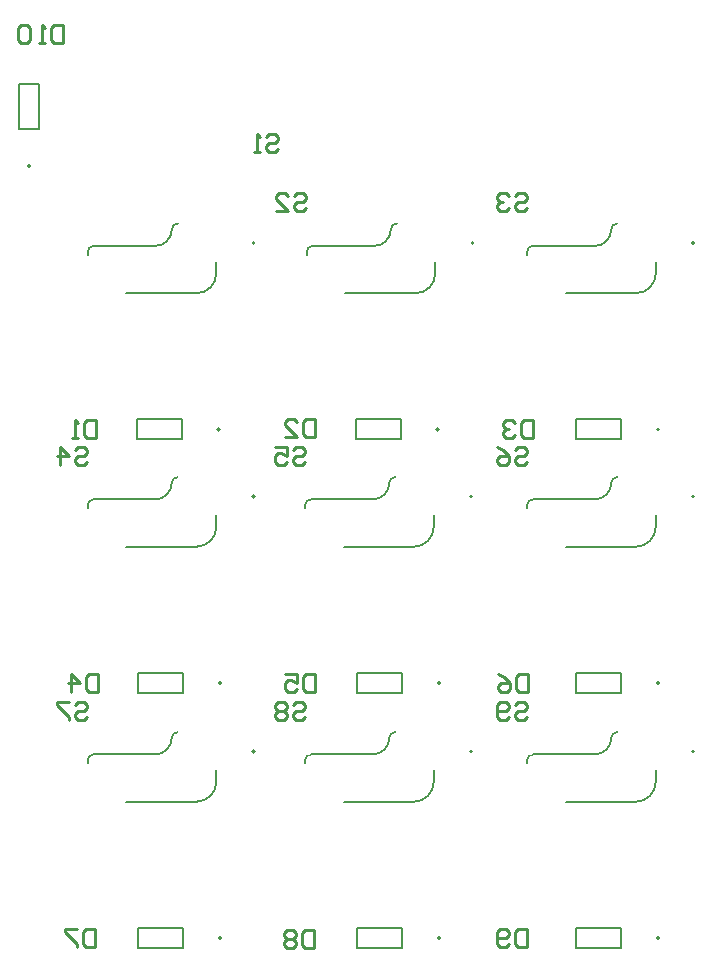
<source format=gbo>
G04*
G04 #@! TF.GenerationSoftware,Altium Limited,Altium Designer,25.8.1 (18)*
G04*
G04 Layer_Color=32896*
%FSLAX25Y25*%
%MOIN*%
G70*
G04*
G04 #@! TF.SameCoordinates,62C80C61-A7C9-4306-83B5-3B4BC263EF3F*
G04*
G04*
G04 #@! TF.FilePolarity,Positive*
G04*
G01*
G75*
%ADD11C,0.00787*%
%ADD13C,0.00500*%
%ADD14C,0.01000*%
D11*
X192394Y286315D02*
G03*
X192394Y286315I-394J0D01*
G01*
X413752Y176118D02*
G03*
X413752Y176118I-394J0D01*
G01*
X339752D02*
G03*
X339752Y176118I-394J0D01*
G01*
X267252Y260618D02*
G03*
X267252Y260618I-394J0D01*
G01*
X340252D02*
G03*
X340252Y260618I-394J0D01*
G01*
X339752Y91118D02*
G03*
X339752Y91118I-394J0D01*
G01*
X413752D02*
G03*
X413752Y91118I-394J0D01*
G01*
X267252D02*
G03*
X267252Y91118I-394J0D01*
G01*
Y176118D02*
G03*
X267252Y176118I-394J0D01*
G01*
X413752Y260618D02*
G03*
X413752Y260618I-394J0D01*
G01*
X328579Y198500D02*
G03*
X328579Y198500I-394J0D01*
G01*
X255579D02*
G03*
X255579Y198500I-394J0D01*
G01*
X402079Y29000D02*
G03*
X402079Y29000I-394J0D01*
G01*
X329079D02*
G03*
X329079Y29000I-394J0D01*
G01*
X256079D02*
G03*
X256079Y29000I-394J0D01*
G01*
Y114000D02*
G03*
X256079Y114000I-394J0D01*
G01*
X329079D02*
G03*
X329079Y114000I-394J0D01*
G01*
X402079D02*
G03*
X402079Y114000I-394J0D01*
G01*
Y198500D02*
G03*
X402079Y198500I-394J0D01*
G01*
D13*
X360012Y175154D02*
G03*
X358043Y173185I0J-1969D01*
G01*
X380622Y175154D02*
G03*
X386094Y180626I0J5472D01*
G01*
X388063Y182595D02*
G03*
X386094Y180626I0J-1969D01*
G01*
X394362Y159406D02*
G03*
X400957Y166000I0J6594D01*
G01*
X286012Y175154D02*
G03*
X284043Y173185I0J-1969D01*
G01*
X306622Y175154D02*
G03*
X312094Y180626I0J5472D01*
G01*
X314063Y182595D02*
G03*
X312094Y180626I0J-1969D01*
G01*
X320362Y159406D02*
G03*
X326957Y166000I0J6594D01*
G01*
X213512Y259653D02*
G03*
X211543Y257685I0J-1969D01*
G01*
X234122Y259653D02*
G03*
X239595Y265126I0J5472D01*
G01*
X241563Y267094D02*
G03*
X239595Y265126I0J-1969D01*
G01*
X247862Y243905D02*
G03*
X254457Y250500I0J6594D01*
G01*
X286512Y259653D02*
G03*
X284543Y257685I0J-1969D01*
G01*
X307122Y259653D02*
G03*
X312595Y265126I0J5472D01*
G01*
X314563Y267094D02*
G03*
X312595Y265126I0J-1969D01*
G01*
X320862Y243905D02*
G03*
X327457Y250500I0J6594D01*
G01*
X286012Y90153D02*
G03*
X284043Y88185I0J-1969D01*
G01*
X306622Y90153D02*
G03*
X312094Y95626I0J5472D01*
G01*
X314063Y97594D02*
G03*
X312094Y95626I0J-1969D01*
G01*
X320362Y74405D02*
G03*
X326957Y81000I0J6594D01*
G01*
X360012Y90153D02*
G03*
X358043Y88185I0J-1969D01*
G01*
X380622Y90153D02*
G03*
X386094Y95626I0J5472D01*
G01*
X388063Y97594D02*
G03*
X386094Y95626I0J-1969D01*
G01*
X394362Y74405D02*
G03*
X400957Y81000I0J6594D01*
G01*
X213512Y90153D02*
G03*
X211543Y88185I0J-1969D01*
G01*
X234122Y90153D02*
G03*
X239595Y95626I0J5472D01*
G01*
X241563Y97594D02*
G03*
X239595Y95626I0J-1969D01*
G01*
X247862Y74405D02*
G03*
X254457Y81000I0J6594D01*
G01*
X213512Y175154D02*
G03*
X211543Y173185I0J-1969D01*
G01*
X234122Y175154D02*
G03*
X239595Y180626I0J5472D01*
G01*
X241563Y182595D02*
G03*
X239595Y180626I0J-1969D01*
G01*
X247862Y159406D02*
G03*
X254457Y166000I0J6594D01*
G01*
X360012Y259653D02*
G03*
X358043Y257685I0J-1969D01*
G01*
X380622Y259653D02*
G03*
X386094Y265126I0J5472D01*
G01*
X388063Y267094D02*
G03*
X386094Y265126I0J-1969D01*
G01*
X394362Y243905D02*
G03*
X400957Y250500I0J6594D01*
G01*
X188614Y298510D02*
X195386D01*
X188614D02*
Y313490D01*
X195386D01*
Y298510D02*
Y313490D01*
X358043Y172181D02*
Y173185D01*
X360012Y175154D02*
X380622D01*
X400957Y166000D02*
Y169819D01*
X370937Y159406D02*
X394362D01*
X284043Y172181D02*
Y173185D01*
X286012Y175154D02*
X306622D01*
X326957Y166000D02*
Y169819D01*
X296937Y159406D02*
X320362D01*
X211543Y256681D02*
Y257685D01*
X213512Y259653D02*
X234122D01*
X254457Y250500D02*
Y254319D01*
X224437Y243905D02*
X247862D01*
X284543Y256681D02*
Y257685D01*
X286512Y259653D02*
X307122D01*
X327457Y250500D02*
Y254319D01*
X297437Y243905D02*
X320862D01*
X284043Y87181D02*
Y88185D01*
X286012Y90153D02*
X306622D01*
X326957Y81000D02*
Y84819D01*
X296937Y74405D02*
X320362D01*
X358043Y87181D02*
Y88185D01*
X360012Y90153D02*
X380622D01*
X400957Y81000D02*
Y84819D01*
X370937Y74405D02*
X394362D01*
X211543Y87181D02*
Y88185D01*
X213512Y90153D02*
X234122D01*
X254457Y81000D02*
Y84819D01*
X224437Y74405D02*
X247862D01*
X211543Y172181D02*
Y173185D01*
X213512Y175154D02*
X234122D01*
X254457Y166000D02*
Y169819D01*
X224437Y159406D02*
X247862D01*
X358043Y256681D02*
Y257685D01*
X360012Y259653D02*
X380622D01*
X400957Y250500D02*
Y254319D01*
X370937Y243905D02*
X394362D01*
X301010Y201886D02*
X315990D01*
X301010Y195114D02*
Y201886D01*
Y195114D02*
X315990D01*
Y201886D01*
X242990Y195114D02*
Y201886D01*
X228010Y195114D02*
X242990D01*
X228010D02*
Y201886D01*
X242990D01*
X389490Y25614D02*
Y32386D01*
X374510Y25614D02*
X389490D01*
X374510D02*
Y32386D01*
X389490D01*
X316490Y25614D02*
Y32386D01*
X301510Y25614D02*
X316490D01*
X301510D02*
Y32386D01*
X316490D01*
X243490Y25614D02*
Y32386D01*
X228510Y25614D02*
X243490D01*
X228510D02*
Y32386D01*
X243490D01*
Y110614D02*
Y117386D01*
X228510Y110614D02*
X243490D01*
X228510D02*
Y117386D01*
X243490D01*
X316490Y110614D02*
Y117386D01*
X301510Y110614D02*
X316490D01*
X301510D02*
Y117386D01*
X316490D01*
X389490Y110614D02*
Y117386D01*
X374510Y110614D02*
X389490D01*
X374510D02*
Y117386D01*
X389490D01*
Y195114D02*
Y201886D01*
X374510Y195114D02*
X389490D01*
X374510D02*
Y201886D01*
X389490D01*
D14*
X203500Y333398D02*
Y327400D01*
X200501D01*
X199501Y328400D01*
Y332398D01*
X200501Y333398D01*
X203500D01*
X197502Y327400D02*
X195503D01*
X196502D01*
Y333398D01*
X197502Y332398D01*
X192504D02*
X191504Y333398D01*
X189505D01*
X188505Y332398D01*
Y328400D01*
X189505Y327400D01*
X191504D01*
X192504Y328400D01*
Y332398D01*
X353901Y106698D02*
X354901Y107698D01*
X356900D01*
X357900Y106698D01*
Y105699D01*
X356900Y104699D01*
X354901D01*
X353901Y103699D01*
Y102700D01*
X354901Y101700D01*
X356900D01*
X357900Y102700D01*
X351902D02*
X350902Y101700D01*
X348903D01*
X347903Y102700D01*
Y106698D01*
X348903Y107698D01*
X350902D01*
X351902Y106698D01*
Y105699D01*
X350902Y104699D01*
X347903D01*
X279901Y106698D02*
X280901Y107698D01*
X282900D01*
X283900Y106698D01*
Y105699D01*
X282900Y104699D01*
X280901D01*
X279901Y103699D01*
Y102700D01*
X280901Y101700D01*
X282900D01*
X283900Y102700D01*
X277902Y106698D02*
X276902Y107698D01*
X274903D01*
X273903Y106698D01*
Y105699D01*
X274903Y104699D01*
X273903Y103699D01*
Y102700D01*
X274903Y101700D01*
X276902D01*
X277902Y102700D01*
Y103699D01*
X276902Y104699D01*
X277902Y105699D01*
Y106698D01*
X276902Y104699D02*
X274903D01*
X207401Y106698D02*
X208401Y107698D01*
X210400D01*
X211400Y106698D01*
Y105699D01*
X210400Y104699D01*
X208401D01*
X207401Y103699D01*
Y102700D01*
X208401Y101700D01*
X210400D01*
X211400Y102700D01*
X205402Y107698D02*
X201403D01*
Y106698D01*
X205402Y102700D01*
Y101700D01*
X353901Y191698D02*
X354901Y192698D01*
X356900D01*
X357900Y191698D01*
Y190699D01*
X356900Y189699D01*
X354901D01*
X353901Y188699D01*
Y187700D01*
X354901Y186700D01*
X356900D01*
X357900Y187700D01*
X347903Y192698D02*
X349903Y191698D01*
X351902Y189699D01*
Y187700D01*
X350902Y186700D01*
X348903D01*
X347903Y187700D01*
Y188699D01*
X348903Y189699D01*
X351902D01*
X279901Y191698D02*
X280901Y192698D01*
X282900D01*
X283900Y191698D01*
Y190699D01*
X282900Y189699D01*
X280901D01*
X279901Y188699D01*
Y187700D01*
X280901Y186700D01*
X282900D01*
X283900Y187700D01*
X273903Y192698D02*
X277902D01*
Y189699D01*
X275903Y190699D01*
X274903D01*
X273903Y189699D01*
Y187700D01*
X274903Y186700D01*
X276902D01*
X277902Y187700D01*
X207401Y191698D02*
X208401Y192698D01*
X210400D01*
X211400Y191698D01*
Y190699D01*
X210400Y189699D01*
X208401D01*
X207401Y188699D01*
Y187700D01*
X208401Y186700D01*
X210400D01*
X211400Y187700D01*
X202403Y186700D02*
Y192698D01*
X205402Y189699D01*
X201403D01*
X353901Y276198D02*
X354901Y277198D01*
X356900D01*
X357900Y276198D01*
Y275199D01*
X356900Y274199D01*
X354901D01*
X353901Y273199D01*
Y272200D01*
X354901Y271200D01*
X356900D01*
X357900Y272200D01*
X351902Y276198D02*
X350902Y277198D01*
X348903D01*
X347903Y276198D01*
Y275199D01*
X348903Y274199D01*
X349903D01*
X348903D01*
X347903Y273199D01*
Y272200D01*
X348903Y271200D01*
X350902D01*
X351902Y272200D01*
X280401Y276198D02*
X281401Y277198D01*
X283400D01*
X284400Y276198D01*
Y275199D01*
X283400Y274199D01*
X281401D01*
X280401Y273199D01*
Y272200D01*
X281401Y271200D01*
X283400D01*
X284400Y272200D01*
X274403Y271200D02*
X278402D01*
X274403Y275199D01*
Y276198D01*
X275403Y277198D01*
X277402D01*
X278402Y276198D01*
X271000Y295999D02*
X272000Y296999D01*
X273999D01*
X274999Y295999D01*
Y295000D01*
X273999Y294000D01*
X272000D01*
X271000Y293000D01*
Y292001D01*
X272000Y291001D01*
X273999D01*
X274999Y292001D01*
X269001Y291001D02*
X267001D01*
X268001D01*
Y296999D01*
X269001Y295999D01*
X357998Y31999D02*
Y26001D01*
X354999D01*
X354000Y27001D01*
Y30999D01*
X354999Y31999D01*
X357998D01*
X352000Y27001D02*
X351001Y26001D01*
X349001D01*
X348002Y27001D01*
Y30999D01*
X349001Y31999D01*
X351001D01*
X352000Y30999D01*
Y30000D01*
X351001Y29000D01*
X348002D01*
X286998Y31499D02*
Y25501D01*
X283999D01*
X283000Y26501D01*
Y30499D01*
X283999Y31499D01*
X286998D01*
X281000Y30499D02*
X280001Y31499D01*
X278001D01*
X277002Y30499D01*
Y29500D01*
X278001Y28500D01*
X277002Y27500D01*
Y26501D01*
X278001Y25501D01*
X280001D01*
X281000Y26501D01*
Y27500D01*
X280001Y28500D01*
X281000Y29500D01*
Y30499D01*
X280001Y28500D02*
X278001D01*
X213998Y31999D02*
Y26001D01*
X210999D01*
X210000Y27001D01*
Y30999D01*
X210999Y31999D01*
X213998D01*
X208000D02*
X204002D01*
Y30999D01*
X208000Y27001D01*
Y26001D01*
X358498Y116999D02*
Y111001D01*
X355499D01*
X354500Y112001D01*
Y115999D01*
X355499Y116999D01*
X358498D01*
X348502D02*
X350501Y115999D01*
X352500Y114000D01*
Y112001D01*
X351501Y111001D01*
X349501D01*
X348502Y112001D01*
Y113000D01*
X349501Y114000D01*
X352500D01*
X287498Y116999D02*
Y111001D01*
X284499D01*
X283500Y112001D01*
Y115999D01*
X284499Y116999D01*
X287498D01*
X277502D02*
X281500D01*
Y114000D01*
X279501Y115000D01*
X278501D01*
X277502Y114000D01*
Y112001D01*
X278501Y111001D01*
X280501D01*
X281500Y112001D01*
X214998Y116999D02*
Y111001D01*
X211999D01*
X211000Y112001D01*
Y115999D01*
X211999Y116999D01*
X214998D01*
X206001Y111001D02*
Y116999D01*
X209000Y114000D01*
X205002D01*
X359998Y201499D02*
Y195501D01*
X356999D01*
X356000Y196501D01*
Y200499D01*
X356999Y201499D01*
X359998D01*
X354000Y200499D02*
X353001Y201499D01*
X351001D01*
X350002Y200499D01*
Y199500D01*
X351001Y198500D01*
X352001D01*
X351001D01*
X350002Y197500D01*
Y196501D01*
X351001Y195501D01*
X353001D01*
X354000Y196501D01*
X287498Y201999D02*
Y196001D01*
X284499D01*
X283500Y197001D01*
Y200999D01*
X284499Y201999D01*
X287498D01*
X277502Y196001D02*
X281500D01*
X277502Y200000D01*
Y200999D01*
X278501Y201999D01*
X280501D01*
X281500Y200999D01*
X214499Y201499D02*
Y195501D01*
X211500D01*
X210500Y196501D01*
Y200499D01*
X211500Y201499D01*
X214499D01*
X208501Y195501D02*
X206501D01*
X207501D01*
Y201499D01*
X208501Y200499D01*
M02*

</source>
